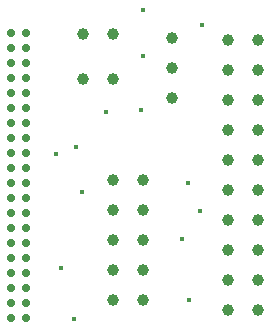
<source format=gbr>
%TF.GenerationSoftware,KiCad,Pcbnew,6.0.5+dfsg-1~bpo11+1*%
%TF.CreationDate,2022-08-16T04:59:05+00:00*%
%TF.ProjectId,olimex_stm32mp1_jtag,6f6c696d-6578-45f7-9374-6d33326d7031,rev?*%
%TF.SameCoordinates,Original*%
%TF.FileFunction,Plated,1,2,PTH,Drill*%
%TF.FilePolarity,Positive*%
%FSLAX46Y46*%
G04 Gerber Fmt 4.6, Leading zero omitted, Abs format (unit mm)*
G04 Created by KiCad (PCBNEW 6.0.5+dfsg-1~bpo11+1) date 2022-08-16 04:59:05*
%MOMM*%
%LPD*%
G01*
G04 APERTURE LIST*
%TA.AperFunction,ViaDrill*%
%ADD10C,0.400000*%
%TD*%
%TA.AperFunction,ComponentDrill*%
%ADD11C,0.700000*%
%TD*%
%TA.AperFunction,ComponentDrill*%
%ADD12C,1.000000*%
%TD*%
G04 APERTURE END LIST*
D10*
X145700000Y-83300000D03*
X146100000Y-93000000D03*
X147200000Y-97300000D03*
X147400000Y-82700000D03*
X147900000Y-86500000D03*
X149900000Y-79800000D03*
X152900000Y-79600000D03*
X153100000Y-71100000D03*
X153100000Y-75000000D03*
X156400000Y-90500000D03*
X156900000Y-85800000D03*
X157000000Y-95700000D03*
X157900000Y-88100000D03*
X158100000Y-72400000D03*
D11*
%TO.C,J3*%
X141855000Y-73070000D03*
X141855000Y-74340000D03*
X141855000Y-75610000D03*
X141855000Y-76880000D03*
X141855000Y-78150000D03*
X141855000Y-79420000D03*
X141855000Y-80690000D03*
X141855000Y-81960000D03*
X141855000Y-83230000D03*
X141855000Y-84500000D03*
X141855000Y-85770000D03*
X141855000Y-87040000D03*
X141855000Y-88310000D03*
X141855000Y-89580000D03*
X141855000Y-90850000D03*
X141855000Y-92120000D03*
X141855000Y-93390000D03*
X141855000Y-94660000D03*
X141855000Y-95930000D03*
X141855000Y-97200000D03*
X143125000Y-73070000D03*
X143125000Y-74340000D03*
X143125000Y-75610000D03*
X143125000Y-76880000D03*
X143125000Y-78150000D03*
X143125000Y-79420000D03*
X143125000Y-80690000D03*
X143125000Y-81960000D03*
X143125000Y-83230000D03*
X143125000Y-84500000D03*
X143125000Y-85770000D03*
X143125000Y-87040000D03*
X143125000Y-88310000D03*
X143125000Y-89580000D03*
X143125000Y-90850000D03*
X143125000Y-92120000D03*
X143125000Y-93390000D03*
X143125000Y-94660000D03*
X143125000Y-95930000D03*
X143125000Y-97200000D03*
D12*
%TO.C,JP2*%
X147960000Y-73120000D03*
%TO.C,JP3*%
X147960000Y-77000000D03*
%TO.C,JP2*%
X150500000Y-73120000D03*
%TO.C,JP3*%
X150500000Y-77000000D03*
%TO.C,J2*%
X150500000Y-85500000D03*
X150500000Y-88040000D03*
X150500000Y-90580000D03*
X150500000Y-93120000D03*
X150500000Y-95660000D03*
X153040000Y-85500000D03*
X153040000Y-88040000D03*
X153040000Y-90580000D03*
X153040000Y-93120000D03*
X153040000Y-95660000D03*
%TO.C,JP1*%
X155500000Y-73460000D03*
X155500000Y-76000000D03*
X155500000Y-78540000D03*
%TO.C,J1*%
X160225000Y-73695000D03*
X160225000Y-76235000D03*
X160225000Y-78775000D03*
X160225000Y-81315000D03*
X160225000Y-83855000D03*
X160225000Y-86395000D03*
X160225000Y-88935000D03*
X160225000Y-91475000D03*
X160225000Y-94015000D03*
X160225000Y-96555000D03*
X162765000Y-73695000D03*
X162765000Y-76235000D03*
X162765000Y-78775000D03*
X162765000Y-81315000D03*
X162765000Y-83855000D03*
X162765000Y-86395000D03*
X162765000Y-88935000D03*
X162765000Y-91475000D03*
X162765000Y-94015000D03*
X162765000Y-96555000D03*
M02*

</source>
